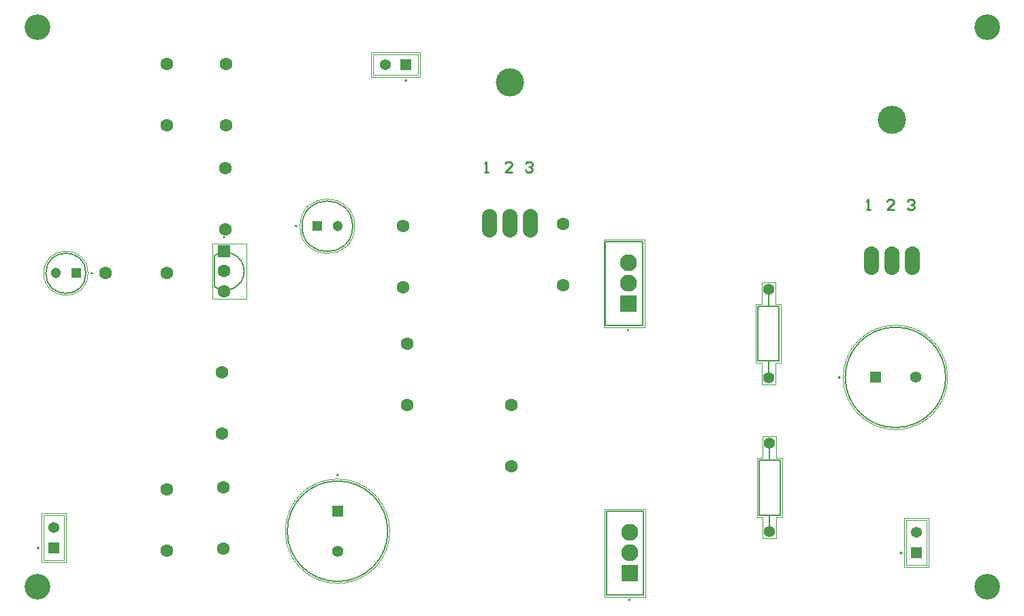
<source format=gbs>
G04*
G04 #@! TF.GenerationSoftware,Altium Limited,Altium Designer,22.1.2 (22)*
G04*
G04 Layer_Color=16711935*
%FSLAX44Y44*%
%MOMM*%
G71*
G04*
G04 #@! TF.SameCoordinates,19965E84-46C0-4100-99EA-0F3305BD4A74*
G04*
G04*
G04 #@! TF.FilePolarity,Negative*
G04*
G01*
G75*
%ADD10C,0.1270*%
%ADD11C,0.2000*%
%ADD13C,0.2540*%
%ADD14C,0.1000*%
%ADD15C,0.0500*%
%ADD16C,1.6032*%
%ADD17R,1.6032X1.6032*%
%ADD18C,1.3632*%
%ADD19R,1.3632X1.3632*%
%ADD20C,2.1082*%
%ADD21R,2.1082X2.1082*%
%ADD22C,1.4032*%
%ADD23C,3.5052*%
%ADD24O,1.8796X3.5560*%
%ADD25C,1.3032*%
%ADD26R,1.3032X1.3032*%
%ADD27R,1.4032X1.4032*%
%ADD28R,1.4032X1.4032*%
%ADD29R,1.3632X1.3632*%
%ADD30C,3.2032*%
G36*
X1040130Y859680D02*
X1032461D01*
Y878840D01*
X1040130D01*
Y859680D01*
D02*
G37*
G36*
X1065530Y859674D02*
X1057903D01*
Y878840D01*
X1065530D01*
Y859674D01*
D02*
G37*
G36*
X1090930Y859749D02*
X1083323D01*
Y878840D01*
X1090930D01*
Y859749D01*
D02*
G37*
G36*
X1515110Y812690D02*
X1507441D01*
Y831850D01*
X1515110D01*
Y812690D01*
D02*
G37*
G36*
X1540510Y812684D02*
X1532883D01*
Y831850D01*
X1540510D01*
Y812684D01*
D02*
G37*
G36*
X1565910Y812759D02*
X1558303D01*
Y831850D01*
X1565910D01*
Y812759D01*
D02*
G37*
G54D10*
X693991Y783390D02*
G03*
X693991Y821890I13479J19250D01*
G01*
X865890Y858520D02*
G03*
X865890Y858520I-31500J0D01*
G01*
X1603410Y670560D02*
G03*
X1603410Y670560I-62500J0D01*
G01*
X909590Y479190D02*
G03*
X909590Y479190I-62500J0D01*
G01*
X534270Y800100D02*
G03*
X534270Y800100I-25000J0D01*
G01*
X693970Y783405D02*
Y821875D01*
X1181710Y400220D02*
Y504220D01*
X1227710D01*
Y400220D02*
Y504220D01*
X1181710Y400220D02*
X1227710D01*
X1371300Y499400D02*
X1384300D01*
X1397300D01*
Y567400D01*
X1384300D02*
X1397300D01*
X1371300D02*
X1384300D01*
X1371300Y499400D02*
Y567400D01*
X1384300Y484400D02*
Y499400D01*
Y567400D02*
Y582400D01*
X1180440Y735500D02*
Y839500D01*
X1226440D01*
Y735500D02*
Y839500D01*
X1180440Y735500D02*
X1226440D01*
X1370030Y691170D02*
X1383030D01*
X1396030D01*
Y759170D01*
X1383030D02*
X1396030D01*
X1370030D02*
X1383030D01*
X1370030Y691170D02*
Y759170D01*
X1383030Y676170D02*
Y691170D01*
Y759170D02*
Y774170D01*
G54D11*
X706920Y844640D02*
G03*
X706920Y844640I-1000J0D01*
G01*
X475830Y458470D02*
G03*
X475830Y458470I-1000J0D01*
G01*
X1210850Y393990D02*
G03*
X1210850Y393990I-1000J0D01*
G01*
X1209580Y729270D02*
G03*
X1209580Y729270I-1000J0D01*
G01*
X1548980Y452120D02*
G03*
X1548980Y452120I-1000J0D01*
G01*
X796390Y858520D02*
G03*
X796390Y858520I-1000J0D01*
G01*
X1471910Y670560D02*
G03*
X1471910Y670560I-1000J0D01*
G01*
X848090Y549190D02*
G03*
X848090Y549190I-1000J0D01*
G01*
X542770Y800100D02*
G03*
X542770Y800100I-1000J0D01*
G01*
X933180Y1039980D02*
G03*
X933180Y1039980I-1000J0D01*
G01*
G54D13*
X1555773Y889433D02*
X1557891Y891551D01*
X1562128D01*
X1564247Y889433D01*
Y887314D01*
X1562128Y885195D01*
X1560010D01*
X1562128D01*
X1564247Y883077D01*
Y880958D01*
X1562128Y878840D01*
X1557891D01*
X1555773Y880958D01*
X1538815Y878840D02*
X1530347D01*
X1538815Y887309D01*
Y889426D01*
X1536698Y891543D01*
X1532464D01*
X1530347Y889426D01*
X1504892Y878840D02*
X1509132D01*
X1507012D01*
Y891559D01*
X1504892Y889439D01*
X1080793Y936423D02*
X1082911Y938541D01*
X1087148D01*
X1089267Y936423D01*
Y934304D01*
X1087148Y932186D01*
X1085030D01*
X1087148D01*
X1089267Y930067D01*
Y927949D01*
X1087148Y925830D01*
X1082911D01*
X1080793Y927949D01*
X1063835Y925830D02*
X1055367D01*
X1063835Y934299D01*
Y936416D01*
X1061718Y938533D01*
X1057484D01*
X1055367Y936416D01*
X1029912Y925830D02*
X1034152D01*
X1032032D01*
Y938549D01*
X1029912Y936429D01*
G54D14*
X481330Y443220D02*
X506730D01*
Y499120D01*
X481330D02*
X506730D01*
X481330Y443220D02*
Y499120D01*
X1554480Y436870D02*
X1579880D01*
Y492770D01*
X1554480D02*
X1579880D01*
X1554480Y436870D02*
Y492770D01*
X947430Y1046480D02*
Y1071880D01*
X891530D02*
X947430D01*
X891530Y1046480D02*
Y1071880D01*
Y1046480D02*
X947430D01*
G54D15*
X868390Y858520D02*
G03*
X868390Y858520I-34000J0D01*
G01*
X1605910Y670560D02*
G03*
X1605910Y670560I-65000J0D01*
G01*
X912090Y479190D02*
G03*
X912090Y479190I-65000J0D01*
G01*
X536770Y800100D02*
G03*
X536770Y800100I-27500J0D01*
G01*
X733470Y768140D02*
Y837140D01*
X691470Y768140D02*
X733470D01*
X691470D02*
Y837140D01*
X733470D01*
X478830Y440720D02*
X509230D01*
Y501620D01*
X478830D02*
X509230D01*
X478830Y440720D02*
Y501620D01*
X1179210Y397720D02*
Y506720D01*
X1230210D01*
Y397720D02*
Y506720D01*
X1179210Y397720D02*
X1230210D01*
X1375800Y469900D02*
Y496900D01*
X1368800D02*
X1375800D01*
X1368800D02*
Y569900D01*
X1375800D01*
Y596900D01*
X1392800D01*
Y569900D02*
Y596900D01*
Y569900D02*
X1399800D01*
Y496900D02*
Y569900D01*
X1392800Y496900D02*
X1399800D01*
X1392800Y469900D02*
Y496900D01*
X1375800Y469900D02*
X1392800D01*
X1177940Y733000D02*
Y842000D01*
X1228940D01*
Y733000D02*
Y842000D01*
X1177940Y733000D02*
X1228940D01*
X1551980Y434370D02*
X1582380D01*
Y495270D01*
X1551980D02*
X1582380D01*
X1551980Y434370D02*
Y495270D01*
X949930Y1043980D02*
Y1074380D01*
X889030D02*
X949930D01*
X889030Y1043980D02*
Y1074380D01*
Y1043980D02*
X949930D01*
X1374530Y661670D02*
Y688670D01*
X1367530D02*
X1374530D01*
X1367530D02*
Y761670D01*
X1374530D01*
Y788670D01*
X1391530D01*
Y761670D02*
Y788670D01*
Y761670D02*
X1398530D01*
Y688670D02*
Y761670D01*
X1391530Y688670D02*
X1398530D01*
X1391530Y661670D02*
Y688670D01*
X1374530Y661670D02*
X1391530D01*
G54D16*
X707390Y854710D02*
D03*
Y930910D02*
D03*
X705920Y777640D02*
D03*
Y802640D02*
D03*
X635000Y984250D02*
D03*
Y1060450D02*
D03*
X708660Y984250D02*
D03*
Y1060450D02*
D03*
X558800Y800100D02*
D03*
X635000D02*
D03*
X704850Y457200D02*
D03*
Y533400D02*
D03*
X635000Y454660D02*
D03*
Y530860D02*
D03*
X928370Y782320D02*
D03*
Y858520D02*
D03*
X933450Y712470D02*
D03*
Y636270D02*
D03*
X703580Y600710D02*
D03*
Y676910D02*
D03*
X1127760Y861060D02*
D03*
Y784860D02*
D03*
X1062990Y560070D02*
D03*
Y636270D02*
D03*
G54D17*
X705920Y827640D02*
D03*
G54D18*
X494030Y483870D02*
D03*
X1567180Y477520D02*
D03*
X906780Y1059180D02*
D03*
G54D19*
X494030Y458470D02*
D03*
X1567180Y452120D02*
D03*
G54D20*
X1210310Y477720D02*
D03*
Y452220D02*
D03*
X1209040Y813000D02*
D03*
Y787500D02*
D03*
G54D21*
X1210310Y426720D02*
D03*
X1209040Y762000D02*
D03*
G54D22*
X1384300Y478400D02*
D03*
Y588400D02*
D03*
X1565910Y670560D02*
D03*
X847090Y454190D02*
D03*
X1383030Y670170D02*
D03*
Y780170D02*
D03*
G54D23*
X1536700Y990600D02*
D03*
X1061720Y1037590D02*
D03*
G54D24*
X1562100Y815340D02*
D03*
X1536700D02*
D03*
X1511300D02*
D03*
X1087120Y862330D02*
D03*
X1061720D02*
D03*
X1036320D02*
D03*
G54D25*
X846890Y858520D02*
D03*
X496770Y800100D02*
D03*
G54D26*
X821890Y858520D02*
D03*
X521770Y800100D02*
D03*
G54D27*
X1515910Y670560D02*
D03*
G54D28*
X847090Y504190D02*
D03*
G54D29*
X932180Y1059180D02*
D03*
G54D30*
X473710Y1106170D02*
D03*
Y410210D02*
D03*
X1654810D02*
D03*
Y1106170D02*
D03*
M02*

</source>
